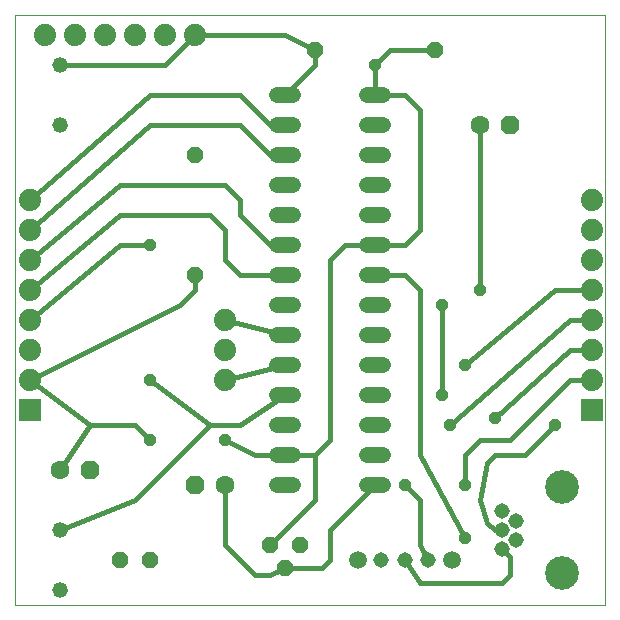
<source format=gtl>
G75*
%MOIN*%
%OFA0B0*%
%FSLAX25Y25*%
%IPPOS*%
%LPD*%
%AMOC8*
5,1,8,0,0,1.08239X$1,22.5*
%
%ADD10C,0.00000*%
%ADD11OC8,0.06300*%
%ADD12C,0.06300*%
%ADD13C,0.07400*%
%ADD14R,0.07400X0.07400*%
%ADD15OC8,0.05200*%
%ADD16C,0.05200*%
%ADD17C,0.05200*%
%ADD18C,0.05150*%
%ADD19C,0.05937*%
%ADD20C,0.11220*%
%ADD21C,0.01600*%
%ADD22OC8,0.03962*%
D10*
X0001800Y0007904D02*
X0001800Y0204754D01*
X0198650Y0204754D01*
X0198650Y0007904D01*
X0001800Y0007904D01*
D11*
X0026800Y0052904D03*
X0061800Y0047904D03*
X0166800Y0167904D03*
D12*
X0156800Y0167904D03*
X0071800Y0047904D03*
X0016800Y0052904D03*
D13*
X0006800Y0082904D03*
X0006800Y0092904D03*
X0006800Y0102904D03*
X0006800Y0112904D03*
X0006800Y0122904D03*
X0006800Y0132904D03*
X0006800Y0142904D03*
X0011800Y0197904D03*
X0021800Y0197904D03*
X0031800Y0197904D03*
X0041800Y0197904D03*
X0051800Y0197904D03*
X0061800Y0197904D03*
X0071800Y0102904D03*
X0071800Y0092904D03*
X0071800Y0082904D03*
X0194300Y0082904D03*
X0194300Y0092904D03*
X0194300Y0102904D03*
X0194300Y0112904D03*
X0194300Y0122904D03*
X0194300Y0132904D03*
X0194300Y0142904D03*
D14*
X0194300Y0072904D03*
X0006800Y0072904D03*
D15*
X0036800Y0022904D03*
X0046800Y0022904D03*
X0086800Y0027904D03*
X0091800Y0020404D03*
X0096800Y0027904D03*
X0061800Y0117904D03*
X0061800Y0157904D03*
X0101800Y0192904D03*
X0141800Y0192904D03*
D16*
X0124400Y0177904D02*
X0119200Y0177904D01*
X0119200Y0167904D02*
X0124400Y0167904D01*
X0124400Y0157904D02*
X0119200Y0157904D01*
X0119200Y0147904D02*
X0124400Y0147904D01*
X0124400Y0137904D02*
X0119200Y0137904D01*
X0119200Y0127904D02*
X0124400Y0127904D01*
X0124400Y0117904D02*
X0119200Y0117904D01*
X0119200Y0107904D02*
X0124400Y0107904D01*
X0124400Y0097904D02*
X0119200Y0097904D01*
X0119200Y0087904D02*
X0124400Y0087904D01*
X0124400Y0077904D02*
X0119200Y0077904D01*
X0119200Y0067904D02*
X0124400Y0067904D01*
X0124400Y0057904D02*
X0119200Y0057904D01*
X0119200Y0047904D02*
X0124400Y0047904D01*
X0094400Y0047904D02*
X0089200Y0047904D01*
X0089200Y0057904D02*
X0094400Y0057904D01*
X0094400Y0067904D02*
X0089200Y0067904D01*
X0089200Y0077904D02*
X0094400Y0077904D01*
X0094400Y0087904D02*
X0089200Y0087904D01*
X0089200Y0097904D02*
X0094400Y0097904D01*
X0094400Y0107904D02*
X0089200Y0107904D01*
X0089200Y0117904D02*
X0094400Y0117904D01*
X0094400Y0127904D02*
X0089200Y0127904D01*
X0089200Y0137904D02*
X0094400Y0137904D01*
X0094400Y0147904D02*
X0089200Y0147904D01*
X0089200Y0157904D02*
X0094400Y0157904D01*
X0094400Y0167904D02*
X0089200Y0167904D01*
X0089200Y0177904D02*
X0094400Y0177904D01*
D17*
X0016800Y0187904D03*
X0016800Y0167904D03*
X0016800Y0032904D03*
X0016800Y0012904D03*
D18*
X0123926Y0022904D03*
X0131800Y0022904D03*
X0139674Y0022904D03*
X0164221Y0026604D03*
X0168946Y0029754D03*
X0164221Y0032904D03*
X0168946Y0036053D03*
X0164221Y0039203D03*
D19*
X0147548Y0022904D03*
X0116052Y0022904D03*
D20*
X0184300Y0018533D03*
X0184300Y0047274D03*
D21*
X0171800Y0057904D02*
X0181800Y0067904D01*
X0171800Y0057904D02*
X0161800Y0057904D01*
X0159300Y0055404D01*
X0156800Y0042904D01*
X0159300Y0035404D01*
X0161800Y0032904D01*
X0164221Y0032904D01*
X0164221Y0026604D02*
X0166800Y0024026D01*
X0166800Y0017904D01*
X0164300Y0015404D01*
X0136800Y0015404D01*
X0131800Y0022904D01*
X0136800Y0027904D02*
X0136800Y0042904D01*
X0131800Y0047904D01*
X0121800Y0047904D02*
X0106800Y0032904D01*
X0106800Y0022904D01*
X0104300Y0020404D01*
X0091800Y0020404D01*
X0086800Y0017904D01*
X0081800Y0017904D01*
X0071800Y0027904D01*
X0071800Y0047904D01*
X0081800Y0057904D02*
X0091800Y0057904D01*
X0101800Y0057904D01*
X0101800Y0042904D01*
X0086800Y0027904D01*
X0081800Y0057904D02*
X0071800Y0062904D01*
X0066800Y0067904D02*
X0041800Y0042904D01*
X0016800Y0032904D01*
X0016800Y0052904D02*
X0026800Y0067904D01*
X0006800Y0082904D01*
X0056800Y0107904D01*
X0061800Y0112904D01*
X0061800Y0117904D01*
X0071800Y0122904D02*
X0071800Y0132904D01*
X0066800Y0137904D01*
X0036800Y0137904D01*
X0006800Y0112904D01*
X0006800Y0102904D02*
X0036800Y0127904D01*
X0046800Y0127904D01*
X0036800Y0147904D02*
X0006800Y0122904D01*
X0006800Y0132904D02*
X0046800Y0167904D01*
X0076800Y0167904D01*
X0086800Y0157904D01*
X0091800Y0157904D01*
X0091800Y0167904D02*
X0086800Y0167904D01*
X0076800Y0177904D01*
X0046800Y0177904D01*
X0006800Y0142904D01*
X0036800Y0147904D02*
X0071800Y0147904D01*
X0076800Y0142904D01*
X0076800Y0137904D01*
X0086800Y0127904D01*
X0091800Y0127904D01*
X0091800Y0117904D02*
X0076800Y0117904D01*
X0071800Y0122904D01*
X0071800Y0102904D02*
X0091800Y0097904D01*
X0091800Y0087904D02*
X0071800Y0082904D01*
X0066800Y0067904D02*
X0046800Y0082904D01*
X0041800Y0067904D02*
X0026800Y0067904D01*
X0041800Y0067904D02*
X0046800Y0062904D01*
X0066800Y0067904D02*
X0076800Y0067904D01*
X0091800Y0077904D01*
X0106800Y0062904D02*
X0101800Y0057904D01*
X0106800Y0062904D02*
X0106800Y0122904D01*
X0111800Y0127904D01*
X0121800Y0127904D01*
X0131800Y0127904D01*
X0136800Y0132904D01*
X0136800Y0172904D01*
X0131800Y0177904D01*
X0121800Y0177904D01*
X0121800Y0187904D01*
X0126800Y0192904D01*
X0141800Y0192904D01*
X0156800Y0167904D02*
X0156800Y0112904D01*
X0144300Y0107904D02*
X0144300Y0077904D01*
X0146800Y0067904D02*
X0186800Y0102904D01*
X0194300Y0102904D01*
X0194300Y0112904D02*
X0181800Y0112904D01*
X0151800Y0087904D01*
X0161800Y0070404D02*
X0186800Y0092904D01*
X0194300Y0092904D01*
X0194300Y0082904D02*
X0186800Y0082904D01*
X0166800Y0062904D01*
X0156800Y0062904D01*
X0151800Y0057904D01*
X0151800Y0047904D01*
X0151800Y0030404D02*
X0136800Y0057904D01*
X0136800Y0112904D01*
X0131800Y0117904D01*
X0121800Y0117904D01*
X0091800Y0177904D02*
X0101800Y0187904D01*
X0101800Y0192904D01*
X0091800Y0197904D01*
X0061800Y0197904D01*
X0051800Y0187904D01*
X0016800Y0187904D01*
X0136800Y0027904D02*
X0139674Y0022904D01*
D22*
X0151800Y0030404D03*
X0151800Y0047904D03*
X0131800Y0047904D03*
X0146800Y0067904D03*
X0144300Y0077904D03*
X0151800Y0087904D03*
X0161800Y0070404D03*
X0181800Y0067904D03*
X0144300Y0107904D03*
X0156800Y0112904D03*
X0121800Y0187904D03*
X0046800Y0127904D03*
X0046800Y0082904D03*
X0046800Y0062904D03*
X0071800Y0062904D03*
M02*

</source>
